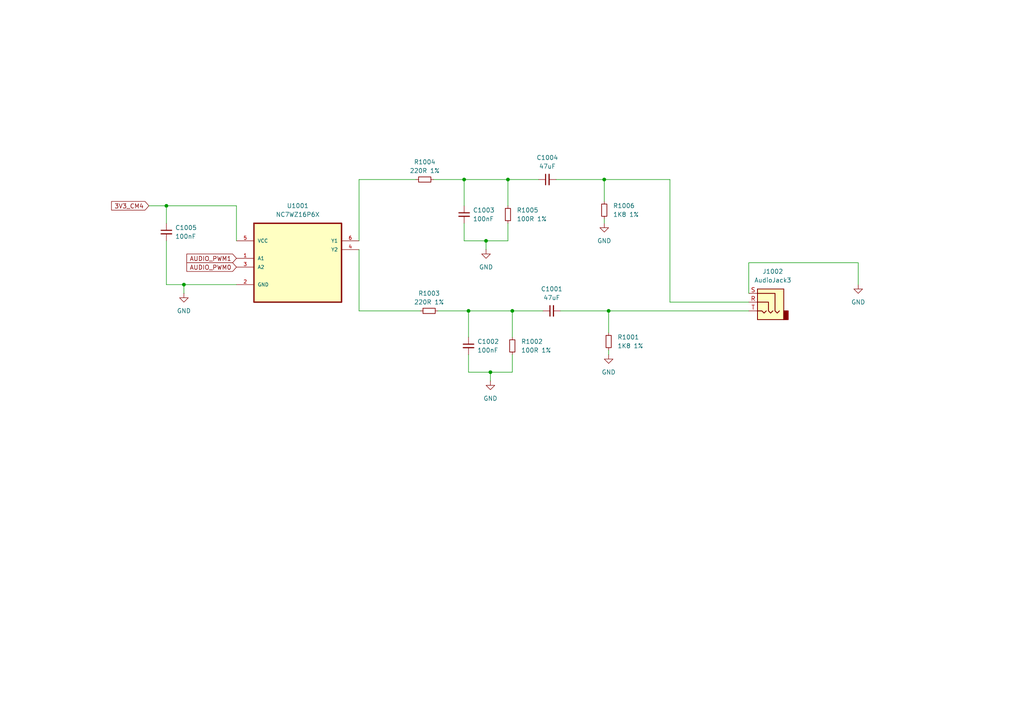
<source format=kicad_sch>
(kicad_sch (version 20231120) (generator "eeschema") (generator_version "8.0")
  (paper "A4")
  (title_block (title "Z88R - Z88 Recreated") (date "2024-08-23") (rev "20240823") (company "Fountain and Menadue"))
  (lib_symbols
    (symbol "Connector_Audio:AudioJack3"
      (property "Reference" "J" (at 0 8.89 0))
      (property "Value" "AudioJack3" (at 0 6.35 0))
      (symbol "AudioJack3_0_1"
        (rectangle (start -5.08 -5.08) (end -6.35 -2.54) (stroke (width 0.254)) (fill (type outline)))
        (polyline (pts (xy 0 -2.54) (xy 0.635 -3.175) (xy 1.27 -2.54) (xy 2.54 -2.54)) (stroke (width 0.254)))
        (polyline (pts (xy -1.905 -2.54) (xy -1.27 -3.175) (xy -0.635 -2.54) (xy -0.635 0) (xy 2.54 0)) (stroke (width 0.254)))
        (polyline (pts (xy 2.54 2.54) (xy -2.54 2.54) (xy -2.54 -2.54) (xy -3.175 -3.175) (xy -3.81 -2.54)) (stroke (width 0.254)))
        (rectangle (start 2.54 3.81) (end -5.08 -5.08) (stroke (width 0.254)) (fill (type background)))
      )
      (symbol "AudioJack3_1_1"
        (pin passive line (at 5.08 0 180) (length 2.54) (name "~") (number "R"))
        (pin passive line (at 5.08 2.54 180) (length 2.54) (name "~") (number "S"))
        (pin passive line (at 5.08 -2.54 180) (length 2.54) (name "~") (number "T"))
      )
    )
    (symbol "Device:C_Small" (pin_numbers hide) (pin_names (offset 0.254) hide)
      (property "Reference" "C" (at 0.254 1.778 0))
      (property "Value" "C_Small" (at 0.254 -2.032 0))
      (symbol "C_Small_0_1"
        (polyline (pts (xy -1.524 -0.508) (xy 1.524 -0.508)) (stroke (width 0.3302)))
        (polyline (pts (xy -1.524 0.508) (xy 1.524 0.508)) (stroke (width 0.3048)))
      )
      (symbol "C_Small_1_1"
        (pin passive line (at 0 2.54 270) (length 2.032) (name "~") (number "1"))
        (pin passive line (at 0 -2.54 90) (length 2.032) (name "~") (number "2"))
      )
    )
    (symbol "Device:R_Small" (pin_numbers hide) (pin_names (offset 0.254) hide)
      (property "Reference" "R" (at 0.762 0.508 0))
      (property "Value" "R_Small" (at 0.762 -1.016 0))
      (symbol "R_Small_0_1"
        (rectangle (start -0.762 1.778) (end 0.762 -1.778) (stroke (width 0.2032)))
      )
      (symbol "R_Small_1_1"
        (pin passive line (at 0 2.54 270) (length 0.762) (name "~") (number "1"))
        (pin passive line (at 0 -2.54 90) (length 0.762) (name "~") (number "2"))
      )
    )
    (symbol "NC7WZ16P6X:NC7WZ16P6X" (pin_names (offset 1.016))
      (property "Reference" "U" (at -5.3662 10.2493 0))
      (property "Value" "NC7WZ16P6X" (at -5.2916 -18.7497 0))
      (symbol "NC7WZ16P6X_0_0"
        (rectangle (start -12.7 -15.24) (end 12.7 7.62) (stroke (width 0.4064)) (fill (type background)))
        (pin input line (at -17.78 -2.54 0) (length 5.08) (name "A1") (number "1"))
        (pin passive line (at -17.78 -10.16 0) (length 5.08) (name "GND") (number "2"))
        (pin input line (at -17.78 -5.08 0) (length 5.08) (name "A2") (number "3"))
        (pin output line (at 17.78 0 180) (length 5.08) (name "Y2") (number "4"))
        (pin power_in line (at -17.78 2.54 0) (length 5.08) (name "VCC") (number "5"))
        (pin output line (at 17.78 2.54 180) (length 5.08) (name "Y1") (number "6"))
      )
    )
    (symbol "power:GND" (power) (pin_numbers hide) (pin_names (offset 0) hide)
      (property "Value" "GND" (at 0 -3.81 0))
      (symbol "GND_0_1"
        (polyline (pts (xy 0 0) (xy 0 -1.27) (xy 1.27 -1.27) (xy 0 -2.54) (xy -1.27 -1.27) (xy 0 -1.27)))
      )
      (symbol "GND_1_1"
        (pin power_in line (at 0 0 270) (length 0) (name "~") (number "1"))
      )
    )
  )
  (junction (at 147.32 52.07))
  (junction (at 53.34 82.55))
  (junction (at 148.59 90.17))
  (junction (at 48.26 59.69))
  (junction (at 175.26 52.07))
  (junction (at 140.97 69.85))
  (junction (at 142.24 107.95))
  (junction (at 134.62 52.07))
  (junction (at 135.89 90.17))
  (junction (at 176.53 90.17))
  (wire (pts (xy 217.17 76.2) (xy 248.92 76.2)))
  (wire (pts (xy 176.53 90.17) (xy 217.17 90.17)))
  (wire (pts (xy 134.62 64.77) (xy 134.62 69.85)))
  (wire (pts (xy 135.89 107.95) (xy 142.24 107.95)))
  (wire (pts (xy 43.18 59.69) (xy 48.26 59.69)))
  (wire (pts (xy 104.14 90.17) (xy 121.92 90.17)))
  (wire (pts (xy 140.97 69.85) (xy 147.32 69.85)))
  (wire (pts (xy 148.59 90.17) (xy 157.48 90.17)))
  (wire (pts (xy 194.31 87.63) (xy 217.17 87.63)))
  (wire (pts (xy 176.53 90.17) (xy 176.53 96.52)))
  (wire (pts (xy 135.89 97.79) (xy 135.89 90.17)))
  (wire (pts (xy 147.32 52.07) (xy 156.21 52.07)))
  (wire (pts (xy 104.14 72.39) (xy 104.14 90.17)))
  (wire (pts (xy 53.34 82.55) (xy 68.58 82.55)))
  (wire (pts (xy 68.58 59.69) (xy 68.58 69.85)))
  (wire (pts (xy 161.29 52.07) (xy 175.26 52.07)))
  (wire (pts (xy 148.59 107.95) (xy 148.59 102.87)))
  (wire (pts (xy 194.31 87.63) (xy 194.31 52.07)))
  (wire (pts (xy 175.26 64.77) (xy 175.26 63.5)))
  (wire (pts (xy 140.97 72.39) (xy 140.97 69.85)))
  (wire (pts (xy 134.62 52.07) (xy 147.32 52.07)))
  (wire (pts (xy 176.53 102.87) (xy 176.53 101.6)))
  (wire (pts (xy 148.59 97.79) (xy 148.59 90.17)))
  (wire (pts (xy 147.32 69.85) (xy 147.32 64.77)))
  (wire (pts (xy 134.62 69.85) (xy 140.97 69.85)))
  (wire (pts (xy 127 90.17) (xy 135.89 90.17)))
  (wire (pts (xy 175.26 58.42) (xy 175.26 52.07)))
  (wire (pts (xy 48.26 59.69) (xy 48.26 64.77)))
  (wire (pts (xy 48.26 69.85) (xy 48.26 82.55)))
  (wire (pts (xy 125.73 52.07) (xy 134.62 52.07)))
  (wire (pts (xy 104.14 52.07) (xy 120.65 52.07)))
  (wire (pts (xy 48.26 59.69) (xy 68.58 59.69)))
  (wire (pts (xy 194.31 52.07) (xy 175.26 52.07)))
  (wire (pts (xy 134.62 59.69) (xy 134.62 52.07)))
  (wire (pts (xy 162.56 90.17) (xy 176.53 90.17)))
  (wire (pts (xy 135.89 102.87) (xy 135.89 107.95)))
  (wire (pts (xy 142.24 107.95) (xy 148.59 107.95)))
  (wire (pts (xy 48.26 82.55) (xy 53.34 82.55)))
  (wire (pts (xy 104.14 69.85) (xy 104.14 52.07)))
  (wire (pts (xy 53.34 85.09) (xy 53.34 82.55)))
  (wire (pts (xy 248.92 76.2) (xy 248.92 82.55)))
  (wire (pts (xy 135.89 90.17) (xy 148.59 90.17)))
  (wire (pts (xy 147.32 59.69) (xy 147.32 52.07)))
  (wire (pts (xy 142.24 110.49) (xy 142.24 107.95)))
  (wire (pts (xy 217.17 85.09) (xy 217.17 76.2)))
  (global_label "AUDIO_PWM1" (shape input) (at 68.58 74.93 180) (property "Intersheetrefs" "${INTERSHEET_REFS}" (effects (hide yes))))
  (global_label "AUDIO_PWM0" (shape input) (at 68.58 77.47 180) (property "Intersheetrefs" "${INTERSHEET_REFS}" (effects (hide yes))))
  (global_label "3V3_CM4" (shape input) (at 43.18 59.69 180) (property "Intersheetrefs" "${INTERSHEET_REFS}" (effects (hide yes))))
  (symbol (lib_id "power:GND") (at 175.26 64.77 0) (unit 1)
    (property "Reference" "#PWR01005" (effects (hide yes)))
    (property "Value" "GND" (at 175.26 69.85 0))
    (property "Description" "Power symbol creates a global label with name \"GND\" , ground" (effects (hide yes)))
  )
  (symbol (lib_id "Device:R_Small") (at 124.46 90.17 90) (unit 1)
    (property "Reference" "R1003" (at 124.46 85.09 90))
    (property "Value" "220R 1%" (at 124.46 87.63 90))
    (property "Footprint" "Resistor_SMD:R_0805_2012Metric_Pad1.20x1.40mm_HandSolder" (effects (hide yes)))
    (property "Description" "Resistor, small symbol" (effects (hide yes)))
  )
  (symbol (lib_id "Device:R_Small") (at 147.32 62.23 0) (unit 1)
    (property "Reference" "R1005" (at 149.86 60.9599 0) (effects (justify left)))
    (property "Value" "100R 1%" (at 149.86 63.4999 0) (effects (justify left)))
    (property "Footprint" "Resistor_SMD:R_0805_2012Metric_Pad1.20x1.40mm_HandSolder" (effects (hide yes)))
    (property "Description" "Resistor, small symbol" (effects (hide yes)))
  )
  (symbol (lib_id "Device:C_Small") (at 160.02 90.17 90) (unit 1)
    (property "Reference" "C1001" (at 160.0263 83.82 90))
    (property "Value" "47uF" (at 160.0263 86.36 90))
    (property "Footprint" "Capacitor_SMD:C_0805_2012Metric_Pad1.18x1.45mm_HandSolder" (effects (hide yes)))
    (property "Description" "Unpolarized capacitor, small symbol" (effects (hide yes)))
  )
  (symbol (lib_id "Device:R_Small") (at 175.26 60.96 0) (unit 1)
    (property "Reference" "R1006" (at 177.8 59.6899 0) (effects (justify left)))
    (property "Value" "1K8 1%" (at 177.8 62.2299 0) (effects (justify left)))
    (property "Footprint" "Resistor_SMD:R_0805_2012Metric_Pad1.20x1.40mm_HandSolder" (effects (hide yes)))
    (property "Description" "Resistor, small symbol" (effects (hide yes)))
  )
  (symbol (lib_id "Connector_Audio:AudioJack3") (at 222.25 87.63 0) (mirror y) (unit 1)
    (property "Reference" "J1002" (at 224.155 78.74 0))
    (property "Value" "AudioJack3" (at 224.155 81.28 0))
    (property "Footprint" "Connector_Audio:Jack_3.5mm_CUI_SJ1-3533NG_Horizontal" (effects (hide yes)))
    (property "Description" "Audio Jack, 3 Poles (Stereo / TRS)" (effects (hide yes)))
  )
  (symbol (lib_id "power:GND") (at 140.97 72.39 0) (unit 1)
    (property "Reference" "#PWR01004" (effects (hide yes)))
    (property "Value" "GND" (at 140.97 77.47 0))
    (property "Description" "Power symbol creates a global label with name \"GND\" , ground" (effects (hide yes)))
  )
  (symbol (lib_id "power:GND") (at 176.53 102.87 0) (unit 1)
    (property "Reference" "#PWR01002" (effects (hide yes)))
    (property "Value" "GND" (at 176.53 107.95 0))
    (property "Description" "Power symbol creates a global label with name \"GND\" , ground" (effects (hide yes)))
  )
  (symbol (lib_id "Device:C_Small") (at 135.89 100.33 0) (unit 1)
    (property "Reference" "C1002" (at 138.43 99.0662 0) (effects (justify left)))
    (property "Value" "100nF" (at 138.43 101.6062 0) (effects (justify left)))
    (property "Footprint" "Capacitor_SMD:C_0805_2012Metric_Pad1.18x1.45mm_HandSolder" (effects (hide yes)))
    (property "Description" "Unpolarized capacitor, small symbol" (effects (hide yes)))
  )
  (symbol (lib_id "NC7WZ16P6X:NC7WZ16P6X") (at 86.36 72.39 0) (unit 1)
    (property "Reference" "U1001" (at 86.36 59.69 0))
    (property "Value" "NC7WZ16P6X" (at 86.36 62.23 0))
    (property "Footprint" "Package_TO_SOT_SMD:SOT-363_SC-70-6_Handsoldering" (effects (hide yes)))
    (property "Datasheet" "https://www.mouser.co.uk/datasheet/2/308/1/NC7WZ16_D-2316644.pdf" (effects (hide yes)))
    (property "MF" "ON Semiconductor" (effects (hide yes)))
    (property "Description_1" "\nIC, BUFFER, UHS DUAL; Logic Device Type:Buffer, Non Inverting; Supply Voltage Range:1.65V to 5.5V; Logic Case Style:SC-70; No. of Pins:6; Operating Temperature Range:-40°C to +125°C; SVHC:No SVHC (19-Dec-2011); Logic IC Base Number:716; Logic IC Family:7WZ; Logic IC Function:Buffer; Package / Case:SC-70; Supply Voltage Max:5.5V; Supply Voltage Min:1.65V; Termination Type:SMD\n" (effects (hide yes)))
    (property "PACKAGE" "SC-70-6" (effects (hide yes)))
    (property "MPN" "NC7WZ16P6X" (effects (hide yes)))
    (property "Price" "None" (effects (hide yes)))
    (property "Package" "SC-88-6 ON Semiconductor" (effects (hide yes)))
    (property "OC_FARNELL" "1651987" (effects (hide yes)))
    (property "SnapEDA_Link" "https://www.snapeda.com/parts/NC7WZ16P6X/Onsemi/view-part/?ref=snap" (effects (hide yes)))
    (property "MP" "NC7WZ16P6X" (effects (hide yes)))
    (property "SUPPLIER" "Fairchild Semiconductor" (effects (hide yes)))
    (property "OC_NEWARK" "58K2002" (effects (hide yes)))
    (property "Availability" "In Stock" (effects (hide yes)))
    (property "Check_prices" "https://www.snapeda.com/parts/NC7WZ16P6X/Onsemi/view-part/?ref=eda" (effects (hide yes)))
  )
  (symbol (lib_id "Device:R_Small") (at 148.59 100.33 0) (unit 1)
    (property "Reference" "R1002" (at 151.13 99.0599 0) (effects (justify left)))
    (property "Value" "100R 1%" (at 151.13 101.5999 0) (effects (justify left)))
    (property "Footprint" "Resistor_SMD:R_0805_2012Metric_Pad1.20x1.40mm_HandSolder" (effects (hide yes)))
    (property "Description" "Resistor, small symbol" (effects (hide yes)))
  )
  (symbol (lib_id "Device:R_Small") (at 176.53 99.06 0) (unit 1)
    (property "Reference" "R1001" (at 179.07 97.7899 0) (effects (justify left)))
    (property "Value" "1K8 1%" (at 179.07 100.3299 0) (effects (justify left)))
    (property "Footprint" "Resistor_SMD:R_0805_2012Metric_Pad1.20x1.40mm_HandSolder" (effects (hide yes)))
    (property "Description" "Resistor, small symbol" (effects (hide yes)))
  )
  (symbol (lib_id "Device:R_Small") (at 123.19 52.07 90) (unit 1)
    (property "Reference" "R1004" (at 123.19 46.99 90))
    (property "Value" "220R 1%" (at 123.19 49.53 90))
    (property "Footprint" "Resistor_SMD:R_0805_2012Metric_Pad1.20x1.40mm_HandSolder" (effects (hide yes)))
    (property "Description" "Resistor, small symbol" (effects (hide yes)))
  )
  (symbol (lib_id "power:GND") (at 142.24 110.49 0) (unit 1)
    (property "Reference" "#PWR01003" (effects (hide yes)))
    (property "Value" "GND" (at 142.24 115.57 0))
    (property "Description" "Power symbol creates a global label with name \"GND\" , ground" (effects (hide yes)))
  )
  (symbol (lib_id "power:GND") (at 53.34 85.09 0) (unit 1)
    (property "Reference" "#PWR01006" (effects (hide yes)))
    (property "Value" "GND" (at 53.34 90.17 0))
    (property "Description" "Power symbol creates a global label with name \"GND\" , ground" (effects (hide yes)))
  )
  (symbol (lib_id "Device:C_Small") (at 48.26 67.31 0) (unit 1)
    (property "Reference" "C1005" (at 50.8 66.0462 0) (effects (justify left)))
    (property "Value" "100nF" (at 50.8 68.5862 0) (effects (justify left)))
    (property "Footprint" "Capacitor_SMD:C_0805_2012Metric_Pad1.18x1.45mm_HandSolder" (effects (hide yes)))
    (property "Description" "Unpolarized capacitor, small symbol" (effects (hide yes)))
  )
  (symbol (lib_id "Device:C_Small") (at 134.62 62.23 0) (unit 1)
    (property "Reference" "C1003" (at 137.16 60.9662 0) (effects (justify left)))
    (property "Value" "100nF" (at 137.16 63.5062 0) (effects (justify left)))
    (property "Footprint" "Capacitor_SMD:C_0805_2012Metric_Pad1.18x1.45mm_HandSolder" (effects (hide yes)))
    (property "Description" "Unpolarized capacitor, small symbol" (effects (hide yes)))
  )
  (symbol (lib_id "power:GND") (at 248.92 82.55 0) (unit 1)
    (property "Reference" "#PWR01007" (effects (hide yes)))
    (property "Value" "GND" (at 248.92 87.63 0))
    (property "Description" "Power symbol creates a global label with name \"GND\" , ground" (effects (hide yes)))
  )
  (symbol (lib_id "Device:C_Small") (at 158.75 52.07 90) (unit 1)
    (property "Reference" "C1004" (at 158.7563 45.72 90))
    (property "Value" "47uF" (at 158.7563 48.26 90))
    (property "Footprint" "Capacitor_SMD:C_0805_2012Metric_Pad1.18x1.45mm_HandSolder" (effects (hide yes)))
    (property "Description" "Unpolarized capacitor, small symbol" (effects (hide yes)))
  )
)
</source>
